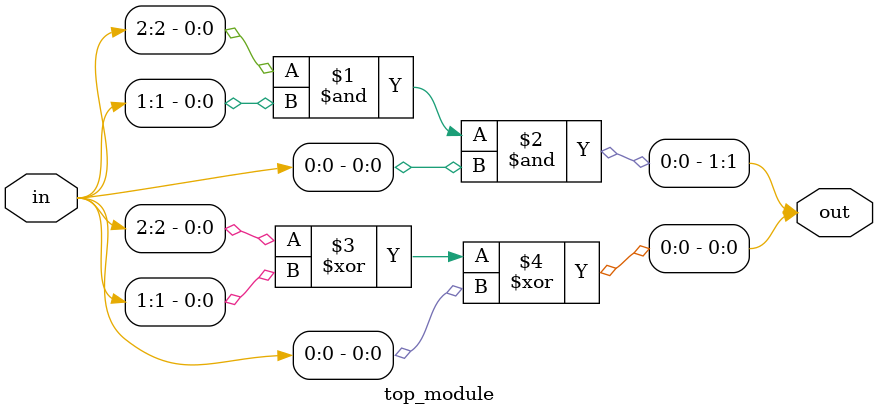
<source format=sv>
module top_module (
	input [2:0] in,
	output [1:0] out
);

	assign out[1] = in[2] & in[1] & in[0];
	assign out[0] = in[2] ^ in[1] ^ in[0];

endmodule

</source>
